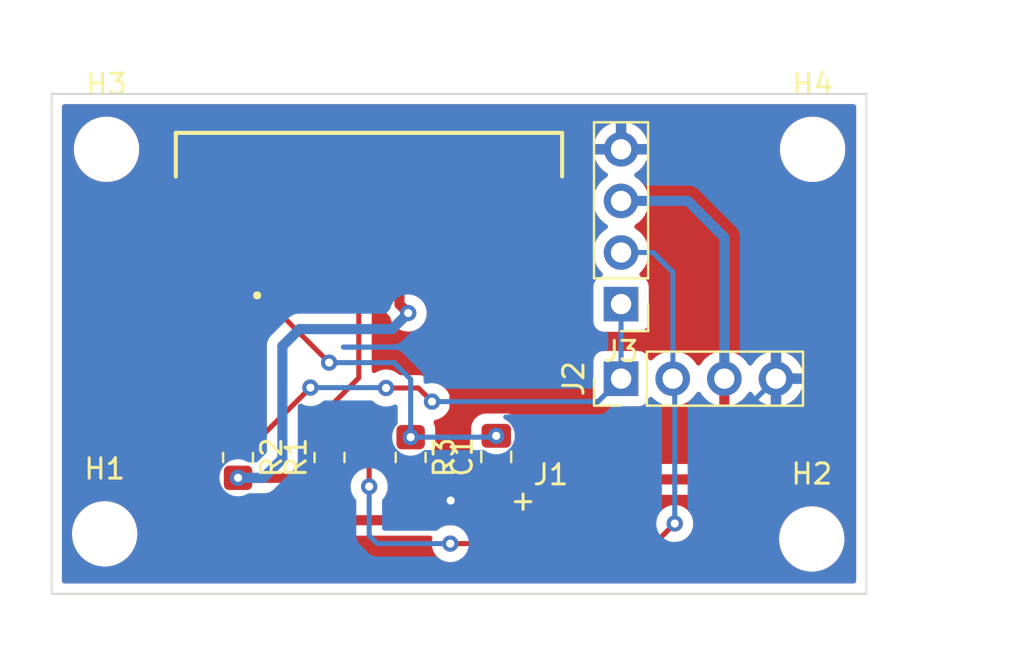
<source format=kicad_pcb>
(kicad_pcb (version 20210623) (generator pcbnew)
  (layers (0 "F.Cu" signal) (31 "B.Cu" signal) (34 "B.Paste" user) (35 "F.Paste" user) (36 "B.SilkS" user "B.Silkscreen") (37 "F.SilkS" user "F.Silkscreen") (38 "B.Mask" user) (39 "F.Mask" user) (44 "Edge.Cuts" user))
  (net 0 "")
  (net 1 "PWR")
  (net 2 "RST")
  (net 7 "Net-(J1-PadS1)")
  (net 8 "GND")
  (net 9 "D5")
  (net 13 "D2")
  (footprint "Connector_PinHeader_2.54mm:PinHeader_1x04_P2.54mm_Vertical" (layer "F.Cu") (at 125.27 78.1 180)
    (fp_text reference "J3" (at 0 -2.33) (layer "F.SilkS"))
    (fp_text value "Conn_01x04")
    (fp_line (start -1.33 1.27) (end 1.33 1.27) (layer "F.SilkS") (width 0.12))
    (fp_line (start -1.33 8.95) (end 1.33 8.95) (layer "F.SilkS") (width 0.12))
    (fp_line (start -1.33 -1.33) (end 0 -1.33) (layer "F.SilkS") (width 0.12))
    (fp_line (start 1.33 1.27) (end 1.33 8.95) (layer "F.SilkS") (width 0.12))
    (fp_line (start -1.33 0) (end -1.33 -1.33) (layer "F.SilkS") (width 0.12))
    (fp_line (start -1.33 1.27) (end -1.33 8.95) (layer "F.SilkS") (width 0.12))
    (pad "1" thru_hole rect locked (at 0 0 180) (size 1.7 1.7) (drill 1) (layers *.Cu *.Mask) (net 13 "D2"))
    (pad "2" thru_hole oval locked (at 0 2.54 180) (size 1.7 1.7) (drill 1) (layers *.Cu *.Mask) (net 9 "D5"))
    (pad "3" thru_hole oval locked (at 0 5.08 180) (size 1.7 1.7) (drill 1) (layers *.Cu *.Mask) (net 1 "PWR"))
    (pad "4" thru_hole oval locked (at 0 7.62 180) (size 1.7 1.7) (drill 1) (layers *.Cu *.Mask) (net 8 "GND"))
  )
  (footprint "FFC3B11-12-T:GCT_FFC3B11-12-T" (layer "F.Cu") (at 112.87 73.62 180)
    (fp_text reference "J1" (at -8.945 -12.875) (layer "F.SilkS"))
    (fp_text value "FFC3B11-12-T")
    (fp_line (start -9.5 3.95) (end 9.5 3.95) (layer "F.SilkS") (width 0.2))
    (fp_line (start 9.5 3.95) (end 9.5 1.8) (layer "F.SilkS") (width 0.2))
    (fp_line (start -9.5 1.8) (end -9.5 3.95) (layer "F.SilkS") (width 0.2))
    (fp_circle (center 5.5 -4.05) (end 5.6 -4.05) (layer "F.SilkS") (width 0.2) (fill none))
    (pad "1" smd rect locked (at 5.5 -2.45 180) (size 0.6 1.7) (layers "F.Cu" "F.Paste" "F.Mask") (net 13 "D2"))
    (pad "2" smd rect locked (at 4.5 -2.45 180) (size 0.6 1.7) (layers "F.Cu" "F.Paste" "F.Mask") (net 2 "RST"))
    (pad "3" smd rect locked (at 3.5 -2.45 180) (size 0.6 1.7) (layers "F.Cu" "F.Paste" "F.Mask"))
    (pad "4" smd rect locked (at 2.5 -2.45 180) (size 0.6 1.7) (layers "F.Cu" "F.Paste" "F.Mask"))
    (pad "5" smd rect locked (at 1.5 -2.45 180) (size 0.6 1.7) (layers "F.Cu" "F.Paste" "F.Mask"))
    (pad "6" smd rect locked (at 0.5 -2.45 180) (size 0.6 1.7) (layers "F.Cu" "F.Paste" "F.Mask") (net 9 "D5"))
    (pad "7" smd rect locked (at -0.5 -2.45 180) (size 0.6 1.7) (layers "F.Cu" "F.Paste" "F.Mask") (net 8 "GND"))
    (pad "8" smd rect locked (at -1.5 -2.45 180) (size 0.6 1.7) (layers "F.Cu" "F.Paste" "F.Mask") (net 1 "PWR"))
    (pad "9" smd rect locked (at -2.5 -2.45 180) (size 0.6 1.7) (layers "F.Cu" "F.Paste" "F.Mask"))
    (pad "10" smd rect locked (at -3.5 -2.45 180) (size 0.6 1.7) (layers "F.Cu" "F.Paste" "F.Mask"))
    (pad "11" smd rect locked (at -4.5 -2.45 180) (size 0.6 1.7) (layers "F.Cu" "F.Paste" "F.Mask"))
    (pad "12" smd rect locked (at -5.5 -2.45 180) (size 0.6 1.7) (layers "F.Cu" "F.Paste" "F.Mask"))
    (pad "S1" smd rect locked (at 8.25 0 180) (size 2.5 2.8) (layers "F.Cu" "F.Paste" "F.Mask") (net 7 "Net-(J1-PadS1)"))
    (pad "S2" smd rect locked (at -8.25 0 180) (size 2.5 2.8) (layers "F.Cu" "F.Paste" "F.Mask") (net 7 "Net-(J1-PadS1)"))
  )
  (footprint "Resistor_SMD:R_0805_2012Metric_Pad1.20x1.40mm_HandSolder" (layer "F.Cu") (at 110.93 85.65 90)
    (fp_text reference "R1" (at 0 -1.65 90) (layer "F.SilkS"))
    (fp_text value "4.7")
    (fp_line (start -0.227064 -0.735) (end 0.227064 -0.735) (layer "F.SilkS") (width 0.12))
    (fp_line (start -0.227064 0.735) (end 0.227064 0.735) (layer "F.SilkS") (width 0.12))
    (pad "1" smd roundrect locked (at -1 0 90) (size 1.2 1.4) (layers "F.Cu" "F.Paste" "F.Mask") (roundrect_rratio 0.2083333333) (net 1 "PWR"))
    (pad "2" smd roundrect locked (at 1 0 90) (size 1.2 1.4) (layers "F.Cu" "F.Paste" "F.Mask") (roundrect_rratio 0.2083333333) (net 9 "D5"))
  )
  (footprint "Connector_PinHeader_2.54mm:PinHeader_1x04_P2.54mm_Vertical" (layer "F.Cu") (at 125.27 81.77 90)
    (fp_text reference "J2" (at 0 -2.33 90) (layer "F.SilkS"))
    (fp_text value "Conn_01x04")
    (fp_line (start -1.33 8.95) (end 1.33 8.95) (layer "F.SilkS") (width 0.12))
    (fp_line (start 1.33 1.27) (end 1.33 8.95) (layer "F.SilkS") (width 0.12))
    (fp_line (start -1.33 0) (end -1.33 -1.33) (layer "F.SilkS") (width 0.12))
    (fp_line (start -1.33 -1.33) (end 0 -1.33) (layer "F.SilkS") (width 0.12))
    (fp_line (start -1.33 1.27) (end -1.33 8.95) (layer "F.SilkS") (width 0.12))
    (fp_line (start -1.33 1.27) (end 1.33 1.27) (layer "F.SilkS") (width 0.12))
    (pad "1" thru_hole rect locked (at 0 0 90) (size 1.7 1.7) (drill 1) (layers *.Cu *.Mask) (net 13 "D2"))
    (pad "2" thru_hole oval locked (at 0 2.54 90) (size 1.7 1.7) (drill 1) (layers *.Cu *.Mask) (net 9 "D5"))
    (pad "3" thru_hole oval locked (at 0 5.08 90) (size 1.7 1.7) (drill 1) (layers *.Cu *.Mask) (net 1 "PWR"))
    (pad "4" thru_hole oval locked (at 0 7.62 90) (size 1.7 1.7) (drill 1) (layers *.Cu *.Mask) (net 8 "GND"))
  )
  (footprint "Capacitor_SMD:C_0805_2012Metric_Pad1.18x1.45mm_HandSolder" (layer "F.Cu") (at 119.13 85.62 90)
    (fp_text reference "C1" (at 0 -1.68 90) (layer "F.SilkS"))
    (fp_text value "2.2u")
    (fp_line (start -0.261252 0.735) (end 0.261252 0.735) (layer "F.SilkS") (width 0.12))
    (fp_line (start -0.261252 -0.735) (end 0.261252 -0.735) (layer "F.SilkS") (width 0.12))
    (pad "1" smd roundrect locked (at -1.0375 0 90) (size 1.175 1.45) (layers "F.Cu" "F.Paste" "F.Mask") (roundrect_rratio 0.2127659574) (net 1 "PWR"))
    (pad "2" smd roundrect locked (at 1.0375 0 90) (size 1.175 1.45) (layers "F.Cu" "F.Paste" "F.Mask") (roundrect_rratio 0.2127659574) (net 2 "RST"))
  )
  (footprint "MountingHole:MountingHole_2.2mm_M2" (layer "F.Cu") (at 134.65 89.66)
    (fp_text reference "H2" (at 0 -3.2) (layer "F.SilkS"))
    (fp_text value "MountingHole")
    (pad "1" np_thru_hole circle locked (at 0 0) (size 2.2 2.2) (drill 2.2) (layers *.Cu *.Mask))
  )
  (footprint "MountingHole:MountingHole_2.2mm_M2" (layer "F.Cu") (at 134.69 70.48)
    (fp_text reference "H4" (at 0 -3.2) (layer "F.SilkS"))
    (fp_text value "MountingHole")
    (pad "1" np_thru_hole circle locked (at 0 0) (size 2.2 2.2) (drill 2.2) (layers *.Cu *.Mask))
  )
  (footprint "Resistor_SMD:R_0805_2012Metric_Pad1.20x1.40mm_HandSolder" (layer "F.Cu") (at 106.43 85.65 -90)
    (fp_text reference "R2" (at 0 -1.65 -90) (layer "F.SilkS"))
    (fp_text value "4.7")
    (fp_line (start -0.227064 -0.735) (end 0.227064 -0.735) (layer "F.SilkS") (width 0.12))
    (fp_line (start -0.227064 0.735) (end 0.227064 0.735) (layer "F.SilkS") (width 0.12))
    (pad "1" smd roundrect locked (at -1 0 270) (size 1.2 1.4) (layers "F.Cu" "F.Paste" "F.Mask") (roundrect_rratio 0.2083333333) (net 13 "D2"))
    (pad "2" smd roundrect locked (at 1 0 270) (size 1.2 1.4) (layers "F.Cu" "F.Paste" "F.Mask") (roundrect_rratio 0.2083333333) (net 1 "PWR"))
  )
  (footprint "Resistor_SMD:R_0805_2012Metric_Pad1.20x1.40mm_HandSolder" (layer "F.Cu") (at 114.92 85.65 -90)
    (fp_text reference "R3" (at 0 -1.65 -90) (layer "F.SilkS"))
    (fp_text value "100k")
    (fp_line (start -0.227064 -0.735) (end 0.227064 -0.735) (layer "F.SilkS") (width 0.12))
    (fp_line (start -0.227064 0.735) (end 0.227064 0.735) (layer "F.SilkS") (width 0.12))
    (pad "1" smd roundrect locked (at -1 0 270) (size 1.2 1.4) (layers "F.Cu" "F.Paste" "F.Mask") (roundrect_rratio 0.2083333333) (net 2 "RST"))
    (pad "2" smd roundrect locked (at 1 0 270) (size 1.2 1.4) (layers "F.Cu" "F.Paste" "F.Mask") (roundrect_rratio 0.2083333333) (net 8 "GND"))
  )
  (footprint "MountingHole:MountingHole_2.2mm_M2" (layer "F.Cu") (at 99.96 70.48)
    (fp_text reference "H3" (at 0 -3.2) (layer "F.SilkS"))
    (fp_text value "MountingHole")
    (pad "1" np_thru_hole circle locked (at 0 0) (size 2.2 2.2) (drill 2.2) (layers *.Cu *.Mask))
  )
  (footprint "MountingHole:MountingHole_2.2mm_M2" (layer "F.Cu") (at 99.87 89.41)
    (fp_text reference "H1" (at 0 -3.2) (layer "F.SilkS"))
    (fp_text value "MountingHole")
    (pad "1" np_thru_hole circle locked (at 0 0) (size 2.2 2.2) (drill 2.2) (layers *.Cu *.Mask))
  )
  (gr_rect (start 97.26 67.75) (end 137.34 92.36) (layer "Edge.Cuts") (width 0.1) (fill none))
  (gr_text "+\n" (at 120.45 87.75) (layer "F.SilkS") (effects (font (size 1 1))))
  (segment (start 119.13 88.18) (end 119.13 86.6575) (width 0.5) (layer "F.Cu") (net 1))
  (segment (start 119.13 86.6575) (end 119.2025 86.73) (width 0.5) (layer "F.Cu") (net 1))
  (segment (start 118.57 88.74) (end 119.13 88.18) (width 0.5) (layer "F.Cu") (net 1))
  (segment (start 114.37 78.11) (end 114.8 78.54) (width 0.5) (layer "F.Cu") (net 1))
  (segment (start 106.43 86.65) (end 110.93 86.65) (width 0.5) (layer "F.Cu") (net 1))
  (segment (start 110.93 87.96) (end 111.71 88.74) (width 0.5) (layer "F.Cu") (net 1))
  (segment (start 129.94 86.73) (end 130.35 86.32) (width 0.5) (layer "F.Cu") (net 1))
  (segment (start 111.71 88.74) (end 118.57 88.74) (width 0.5) (layer "F.Cu") (net 1))
  (segment (start 119.2025 86.73) (end 129.94 86.73) (width 0.5) (layer "F.Cu") (net 1))
  (segment (start 110.93 86.65) (end 110.93 87.96) (width 0.5) (layer "F.Cu") (net 1))
  (segment (start 114.37 76.07) (end 114.37 78.11) (width 0.5) (layer "F.Cu") (net 1))
  (segment (start 130.35 86.32) (end 130.35 81.77) (width 0.5) (layer "F.Cu") (net 1))
  (via (at 114.8 78.54) (size 0.8) (drill 0.4) (layers "F.Cu" "B.Cu") (net 1))
  (via (at 106.43 86.65) (size 0.8) (drill 0.4) (layers "F.Cu" "B.Cu") (net 1))
  (segment (start 130.35 81.77) (end 130.35 74.82) (width 0.5) (layer "B.Cu") (net 1))
  (segment (start 109.45 79.33) (end 108.61 80.17) (width 0.5) (layer "B.Cu") (net 1))
  (segment (start 130.35 74.82) (end 128.55 73.02) (width 0.5) (layer "B.Cu") (net 1))
  (segment (start 108.61 80.17) (end 108.61 85.72) (width 0.5) (layer "B.Cu") (net 1))
  (segment (start 114.01 79.33) (end 109.45 79.33) (width 0.5) (layer "B.Cu") (net 1))
  (segment (start 114.8 78.54) (end 114.01 79.33) (width 0.5) (layer "B.Cu") (net 1))
  (segment (start 107.68 86.65) (end 106.43 86.65) (width 0.5) (layer "B.Cu") (net 1))
  (segment (start 108.61 85.72) (end 107.68 86.65) (width 0.5) (layer "B.Cu") (net 1))
  (segment (start 128.55 73.02) (end 125.27 73.02) (width 0.5) (layer "B.Cu") (net 1))
  (segment (start 108.37 76.07) (end 108.37 78.44) (width 0.25) (layer "F.Cu") (net 2))
  (segment (start 108.37 78.44) (end 110.91 80.98) (width 0.25) (layer "F.Cu") (net 2))
  (via (at 119.13 84.5825) (size 0.8) (drill 0.4) (layers "F.Cu" "B.Cu") (net 2))
  (via (at 110.91 80.98) (size 0.8) (drill 0.4) (layers "F.Cu" "B.Cu") (net 2))
  (via (at 114.92 84.65) (size 0.8) (drill 0.4) (layers "F.Cu" "B.Cu") (net 2))
  (segment (start 114.92 84.65) (end 119.0625 84.65) (width 0.25) (layer "B.Cu") (net 2))
  (segment (start 119.0625 84.65) (end 119.13 84.5825) (width 0.25) (layer "B.Cu") (net 2))
  (segment (start 114.1 80.98) (end 114.92 81.8) (width 0.25) (layer "B.Cu") (net 2))
  (segment (start 114.92 81.8) (end 114.92 84.65) (width 0.25) (layer "B.Cu") (net 2))
  (segment (start 110.91 80.98) (end 114.1 80.98) (width 0.25) (layer "B.Cu") (net 2))
  (segment (start 113.37 78.67) (end 116.95 82.25) (width 0.25) (layer "F.Cu") (net 8))
  (segment (start 114.92 86.65) (end 116.04 87.77) (width 0.25) (layer "F.Cu") (net 8))
  (segment (start 116.12 86.65) (end 114.92 86.65) (width 0.25) (layer "F.Cu") (net 8))
  (segment (start 116.95 85.82) (end 116.12 86.65) (width 0.25) (layer "F.Cu") (net 8))
  (segment (start 113.37 76.07) (end 113.37 78.67) (width 0.25) (layer "F.Cu") (net 8))
  (segment (start 116.95 82.25) (end 116.95 85.82) (width 0.25) (layer "F.Cu") (net 8))
  (segment (start 116.04 87.77) (end 116.89 87.77) (width 0.25) (layer "F.Cu") (net 8))
  (via (at 116.89 87.77) (size 0.8) (drill 0.4) (layers "F.Cu" "B.Cu") (net 8))
  (segment (start 132.89 81.77) (end 132.89 74.48) (width 0.25) (layer "B.Cu") (net 8))
  (segment (start 132.89 74.48) (end 128.81 70.4) (width 0.25) (layer "B.Cu") (net 8))
  (segment (start 131.84 82.82) (end 132.89 81.77) (width 0.25) (layer "B.Cu") (net 8))
  (segment (start 119.44 90.32) (end 130.14 90.32) (width 0.25) (layer "B.Cu") (net 8))
  (segment (start 128.81 70.4) (end 125.35 70.4) (width 0.25) (layer "B.Cu") (net 8))
  (segment (start 116.89 87.77) (end 119.44 90.32) (width 0.25) (layer "B.Cu") (net 8))
  (segment (start 125.35 70.4) (end 125.27 70.48) (width 0.25) (layer "B.Cu") (net 8))
  (segment (start 130.14 90.32) (end 131.84 88.62) (width 0.25) (layer "B.Cu") (net 8))
  (segment (start 131.84 88.62) (end 131.84 82.82) (width 0.25) (layer "B.Cu") (net 8))
  (segment (start 112.37 76.07) (end 112.37 81.73) (width 0.25) (layer "F.Cu") (net 9))
  (segment (start 110.93 84.65) (end 111.48 84.65) (width 0.25) (layer "F.Cu") (net 9))
  (segment (start 116.87 89.89) (end 126.92 89.89) (width 0.25) (layer "F.Cu") (net 9))
  (segment (start 111.48 84.65) (end 112.29 84.65) (width 0.25) (layer "F.Cu") (net 9))
  (segment (start 112.88 85.24) (end 112.88 87.08) (width 0.25) (layer "F.Cu") (net 9))
  (segment (start 112.29 84.65) (end 112.88 85.24) (width 0.25) (layer "F.Cu") (net 9))
  (segment (start 112.37 81.73) (end 110.93 83.17) (width 0.25) (layer "F.Cu") (net 9))
  (segment (start 110.93 83.17) (end 110.93 84.65) (width 0.25) (layer "F.Cu") (net 9))
  (segment (start 126.92 89.89) (end 127.91 88.9) (width 0.25) (layer "F.Cu") (net 9))
  (via (at 116.87 89.89) (size 0.8) (drill 0.4) (layers "F.Cu" "B.Cu") (net 9))
  (via (at 112.88 87.08) (size 0.8) (drill 0.4) (layers "F.Cu" "B.Cu") (net 9))
  (via (at 127.91 88.9) (size 0.8) (drill 0.4) (layers "F.Cu" "B.Cu") (net 9))
  (segment (start 112.88 89.49) (end 113.28 89.89) (width 0.25) (layer "B.Cu") (net 9))
  (segment (start 127.81 81.77) (end 127.82 81.76) (width 0.25) (layer "B.Cu") (net 9))
  (segment (start 127.91 81.87) (end 127.81 81.77) (width 0.25) (layer "B.Cu") (net 9))
  (segment (start 112.88 87.08) (end 112.88 89.49) (width 0.25) (layer "B.Cu") (net 9))
  (segment (start 127.82 81.76) (end 127.82 76.53) (width 0.25) (layer "B.Cu") (net 9))
  (segment (start 113.28 89.89) (end 116.87 89.89) (width 0.25) (layer "B.Cu") (net 9))
  (segment (start 127.91 88.9) (end 127.91 81.87) (width 0.25) (layer "B.Cu") (net 9))
  (segment (start 127.82 76.53) (end 126.85 75.56) (width 0.25) (layer "B.Cu") (net 9))
  (segment (start 126.85 75.56) (end 125.27 75.56) (width 0.25) (layer "B.Cu") (net 9))
  (segment (start 107.24 84.65) (end 107.42 84.65) (width 0.25) (layer "F.Cu") (net 13))
  (segment (start 107.37 76.07) (end 107.37 81.83) (width 0.25) (layer "F.Cu") (net 13))
  (segment (start 106.43 82.77) (end 106.43 84.65) (width 0.25) (layer "F.Cu") (net 13))
  (segment (start 106.43 84.65) (end 107.24 84.65) (width 0.25) (layer "F.Cu") (net 13))
  (segment (start 115.3 82.23) (end 115.97 82.9) (width 0.25) (layer "F.Cu") (net 13))
  (segment (start 107.37 81.83) (end 106.43 82.77) (width 0.25) (layer "F.Cu") (net 13))
  (segment (start 113.71 82.23) (end 115.3 82.23) (width 0.25) (layer "F.Cu") (net 13))
  (segment (start 107.55 84.65) (end 109.99 82.21) (width 0.25) (layer "F.Cu") (net 13))
  (segment (start 107.42 84.65) (end 107.55 84.65) (width 0.25) (layer "F.Cu") (net 13))
  (via (at 115.97 82.9) (size 0.8) (drill 0.4) (layers "F.Cu" "B.Cu") (net 13))
  (via (at 113.71 82.23) (size 0.8) (drill 0.4) (layers "F.Cu" "B.Cu") (net 13))
  (via (at 109.99 82.21) (size 0.8) (drill 0.4) (layers "F.Cu" "B.Cu") (net 13))
  (segment (start 125.27 81.77) (end 125.27 78.1) (width 0.25) (layer "B.Cu") (net 13))
  (segment (start 115.97 82.9) (end 124.14 82.9) (width 0.25) (layer "B.Cu") (net 13))
  (segment (start 124.14 82.9) (end 125.27 81.77) (width 0.25) (layer "B.Cu") (net 13))
  (segment (start 109.99 82.21) (end 113.69 82.21) (width 0.25) (layer "B.Cu") (net 13))
  (segment (start 113.69 82.21) (end 113.71 82.23) (width 0.25) (layer "B.Cu") (net 13))
  (zone (net 8) (net_name "GND") (layers F&B.Cu) (connect_pads (clearance 0.508)) (min_thickness 0.254) (fill yes (thermal_gap 0.508) (thermal_bridge_width 0.508))
    (polygon (pts (xy 141.49 64.24) (xy 145.09 94.91) (xy 96.13 95.1) (xy 95.85 63.13)))
  )
)
</source>
